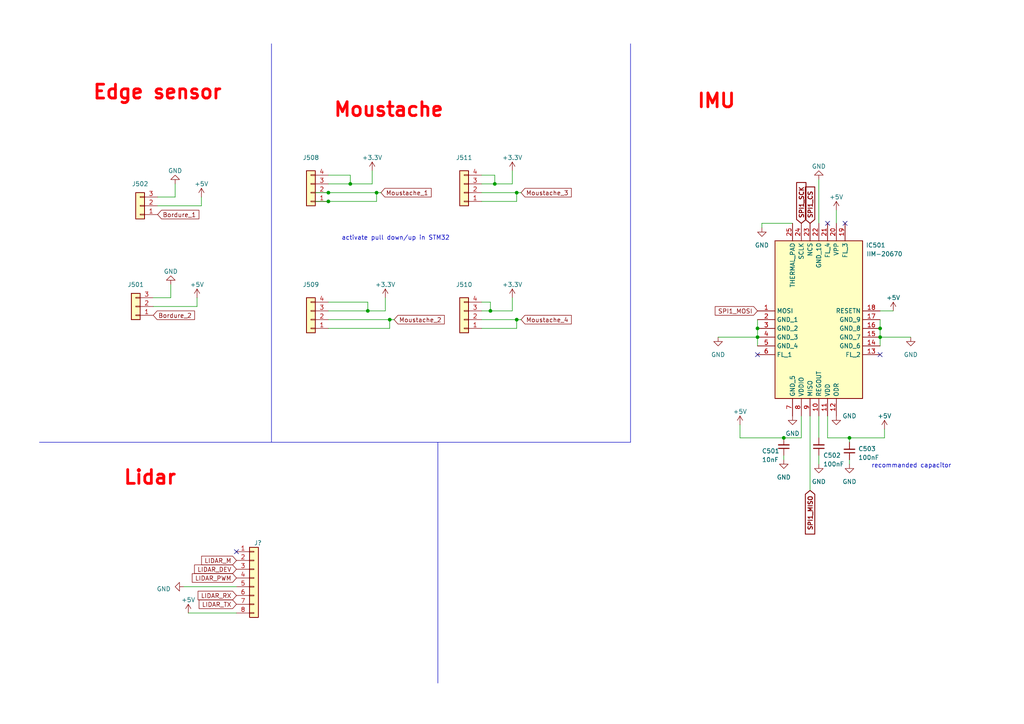
<source format=kicad_sch>
(kicad_sch (version 20230121) (generator eeschema)

  (uuid df230a0d-025f-4e16-9810-5b7b96a6c73a)

  (paper "A4")

  (title_block
    (title "Carte éléctronique Ludzinator")
    (date "2023-09-19")
    (rev "GILLES Baptiste")
  )

  (lib_symbols
    (symbol "Connector_Generic:Conn_01x03" (pin_names (offset 1.016) hide) (in_bom yes) (on_board yes)
      (property "Reference" "J" (at 0 5.08 0)
        (effects (font (size 1.27 1.27)))
      )
      (property "Value" "Conn_01x03" (at 0 -5.08 0)
        (effects (font (size 1.27 1.27)))
      )
      (property "Footprint" "" (at 0 0 0)
        (effects (font (size 1.27 1.27)) hide)
      )
      (property "Datasheet" "~" (at 0 0 0)
        (effects (font (size 1.27 1.27)) hide)
      )
      (property "ki_keywords" "connector" (at 0 0 0)
        (effects (font (size 1.27 1.27)) hide)
      )
      (property "ki_description" "Generic connector, single row, 01x03, script generated (kicad-library-utils/schlib/autogen/connector/)" (at 0 0 0)
        (effects (font (size 1.27 1.27)) hide)
      )
      (property "ki_fp_filters" "Connector*:*_1x??_*" (at 0 0 0)
        (effects (font (size 1.27 1.27)) hide)
      )
      (symbol "Conn_01x03_1_1"
        (rectangle (start -1.27 -2.413) (end 0 -2.667)
          (stroke (width 0.1524) (type default))
          (fill (type none))
        )
        (rectangle (start -1.27 0.127) (end 0 -0.127)
          (stroke (width 0.1524) (type default))
          (fill (type none))
        )
        (rectangle (start -1.27 2.667) (end 0 2.413)
          (stroke (width 0.1524) (type default))
          (fill (type none))
        )
        (rectangle (start -1.27 3.81) (end 1.27 -3.81)
          (stroke (width 0.254) (type default))
          (fill (type background))
        )
        (pin passive line (at -5.08 2.54 0) (length 3.81)
          (name "Pin_1" (effects (font (size 1.27 1.27))))
          (number "1" (effects (font (size 1.27 1.27))))
        )
        (pin passive line (at -5.08 0 0) (length 3.81)
          (name "Pin_2" (effects (font (size 1.27 1.27))))
          (number "2" (effects (font (size 1.27 1.27))))
        )
        (pin passive line (at -5.08 -2.54 0) (length 3.81)
          (name "Pin_3" (effects (font (size 1.27 1.27))))
          (number "3" (effects (font (size 1.27 1.27))))
        )
      )
    )
    (symbol "Connector_Generic:Conn_01x04" (pin_names (offset 1.016) hide) (in_bom yes) (on_board yes)
      (property "Reference" "J" (at 0 5.08 0)
        (effects (font (size 1.27 1.27)))
      )
      (property "Value" "Conn_01x04" (at 0 -7.62 0)
        (effects (font (size 1.27 1.27)))
      )
      (property "Footprint" "" (at 0 0 0)
        (effects (font (size 1.27 1.27)) hide)
      )
      (property "Datasheet" "~" (at 0 0 0)
        (effects (font (size 1.27 1.27)) hide)
      )
      (property "ki_keywords" "connector" (at 0 0 0)
        (effects (font (size 1.27 1.27)) hide)
      )
      (property "ki_description" "Generic connector, single row, 01x04, script generated (kicad-library-utils/schlib/autogen/connector/)" (at 0 0 0)
        (effects (font (size 1.27 1.27)) hide)
      )
      (property "ki_fp_filters" "Connector*:*_1x??_*" (at 0 0 0)
        (effects (font (size 1.27 1.27)) hide)
      )
      (symbol "Conn_01x04_1_1"
        (rectangle (start -1.27 -4.953) (end 0 -5.207)
          (stroke (width 0.1524) (type default))
          (fill (type none))
        )
        (rectangle (start -1.27 -2.413) (end 0 -2.667)
          (stroke (width 0.1524) (type default))
          (fill (type none))
        )
        (rectangle (start -1.27 0.127) (end 0 -0.127)
          (stroke (width 0.1524) (type default))
          (fill (type none))
        )
        (rectangle (start -1.27 2.667) (end 0 2.413)
          (stroke (width 0.1524) (type default))
          (fill (type none))
        )
        (rectangle (start -1.27 3.81) (end 1.27 -6.35)
          (stroke (width 0.254) (type default))
          (fill (type background))
        )
        (pin passive line (at -5.08 2.54 0) (length 3.81)
          (name "Pin_1" (effects (font (size 1.27 1.27))))
          (number "1" (effects (font (size 1.27 1.27))))
        )
        (pin passive line (at -5.08 0 0) (length 3.81)
          (name "Pin_2" (effects (font (size 1.27 1.27))))
          (number "2" (effects (font (size 1.27 1.27))))
        )
        (pin passive line (at -5.08 -2.54 0) (length 3.81)
          (name "Pin_3" (effects (font (size 1.27 1.27))))
          (number "3" (effects (font (size 1.27 1.27))))
        )
        (pin passive line (at -5.08 -5.08 0) (length 3.81)
          (name "Pin_4" (effects (font (size 1.27 1.27))))
          (number "4" (effects (font (size 1.27 1.27))))
        )
      )
    )
    (symbol "Connector_Generic:Conn_01x08" (pin_names (offset 1.016) hide) (in_bom yes) (on_board yes)
      (property "Reference" "J" (at 0 10.16 0)
        (effects (font (size 1.27 1.27)))
      )
      (property "Value" "Conn_01x08" (at 0 -12.7 0)
        (effects (font (size 1.27 1.27)))
      )
      (property "Footprint" "" (at 0 0 0)
        (effects (font (size 1.27 1.27)) hide)
      )
      (property "Datasheet" "~" (at 0 0 0)
        (effects (font (size 1.27 1.27)) hide)
      )
      (property "ki_keywords" "connector" (at 0 0 0)
        (effects (font (size 1.27 1.27)) hide)
      )
      (property "ki_description" "Generic connector, single row, 01x08, script generated (kicad-library-utils/schlib/autogen/connector/)" (at 0 0 0)
        (effects (font (size 1.27 1.27)) hide)
      )
      (property "ki_fp_filters" "Connector*:*_1x??_*" (at 0 0 0)
        (effects (font (size 1.27 1.27)) hide)
      )
      (symbol "Conn_01x08_1_1"
        (rectangle (start -1.27 -10.033) (end 0 -10.287)
          (stroke (width 0.1524) (type default))
          (fill (type none))
        )
        (rectangle (start -1.27 -7.493) (end 0 -7.747)
          (stroke (width 0.1524) (type default))
          (fill (type none))
        )
        (rectangle (start -1.27 -4.953) (end 0 -5.207)
          (stroke (width 0.1524) (type default))
          (fill (type none))
        )
        (rectangle (start -1.27 -2.413) (end 0 -2.667)
          (stroke (width 0.1524) (type default))
          (fill (type none))
        )
        (rectangle (start -1.27 0.127) (end 0 -0.127)
          (stroke (width 0.1524) (type default))
          (fill (type none))
        )
        (rectangle (start -1.27 2.667) (end 0 2.413)
          (stroke (width 0.1524) (type default))
          (fill (type none))
        )
        (rectangle (start -1.27 5.207) (end 0 4.953)
          (stroke (width 0.1524) (type default))
          (fill (type none))
        )
        (rectangle (start -1.27 7.747) (end 0 7.493)
          (stroke (width 0.1524) (type default))
          (fill (type none))
        )
        (rectangle (start -1.27 8.89) (end 1.27 -11.43)
          (stroke (width 0.254) (type default))
          (fill (type background))
        )
        (pin passive line (at -5.08 7.62 0) (length 3.81)
          (name "Pin_1" (effects (font (size 1.27 1.27))))
          (number "1" (effects (font (size 1.27 1.27))))
        )
        (pin passive line (at -5.08 5.08 0) (length 3.81)
          (name "Pin_2" (effects (font (size 1.27 1.27))))
          (number "2" (effects (font (size 1.27 1.27))))
        )
        (pin passive line (at -5.08 2.54 0) (length 3.81)
          (name "Pin_3" (effects (font (size 1.27 1.27))))
          (number "3" (effects (font (size 1.27 1.27))))
        )
        (pin passive line (at -5.08 0 0) (length 3.81)
          (name "Pin_4" (effects (font (size 1.27 1.27))))
          (number "4" (effects (font (size 1.27 1.27))))
        )
        (pin passive line (at -5.08 -2.54 0) (length 3.81)
          (name "Pin_5" (effects (font (size 1.27 1.27))))
          (number "5" (effects (font (size 1.27 1.27))))
        )
        (pin passive line (at -5.08 -5.08 0) (length 3.81)
          (name "Pin_6" (effects (font (size 1.27 1.27))))
          (number "6" (effects (font (size 1.27 1.27))))
        )
        (pin passive line (at -5.08 -7.62 0) (length 3.81)
          (name "Pin_7" (effects (font (size 1.27 1.27))))
          (number "7" (effects (font (size 1.27 1.27))))
        )
        (pin passive line (at -5.08 -10.16 0) (length 3.81)
          (name "Pin_8" (effects (font (size 1.27 1.27))))
          (number "8" (effects (font (size 1.27 1.27))))
        )
      )
    )
    (symbol "Device:C_Small" (pin_numbers hide) (pin_names (offset 0.254) hide) (in_bom yes) (on_board yes)
      (property "Reference" "C" (at 0.254 1.778 0)
        (effects (font (size 1.27 1.27)) (justify left))
      )
      (property "Value" "C_Small" (at 0.254 -2.032 0)
        (effects (font (size 1.27 1.27)) (justify left))
      )
      (property "Footprint" "" (at 0 0 0)
        (effects (font (size 1.27 1.27)) hide)
      )
      (property "Datasheet" "~" (at 0 0 0)
        (effects (font (size 1.27 1.27)) hide)
      )
      (property "ki_keywords" "capacitor cap" (at 0 0 0)
        (effects (font (size 1.27 1.27)) hide)
      )
      (property "ki_description" "Unpolarized capacitor, small symbol" (at 0 0 0)
        (effects (font (size 1.27 1.27)) hide)
      )
      (property "ki_fp_filters" "C_*" (at 0 0 0)
        (effects (font (size 1.27 1.27)) hide)
      )
      (symbol "C_Small_0_1"
        (polyline
          (pts
            (xy -1.524 -0.508)
            (xy 1.524 -0.508)
          )
          (stroke (width 0.3302) (type default))
          (fill (type none))
        )
        (polyline
          (pts
            (xy -1.524 0.508)
            (xy 1.524 0.508)
          )
          (stroke (width 0.3048) (type default))
          (fill (type none))
        )
      )
      (symbol "C_Small_1_1"
        (pin passive line (at 0 2.54 270) (length 2.032)
          (name "~" (effects (font (size 1.27 1.27))))
          (number "1" (effects (font (size 1.27 1.27))))
        )
        (pin passive line (at 0 -2.54 90) (length 2.032)
          (name "~" (effects (font (size 1.27 1.27))))
          (number "2" (effects (font (size 1.27 1.27))))
        )
      )
    )
    (symbol "Ludzlib:IIM-20670" (in_bom yes) (on_board yes)
      (property "Reference" "IC" (at 31.75 25.4 0)
        (effects (font (size 1.27 1.27)) (justify left top))
      )
      (property "Value" "IIM-20670" (at 31.75 22.86 0)
        (effects (font (size 1.27 1.27)) (justify left top))
      )
      (property "Footprint" "QFN50P450X450X115-25N" (at 31.75 -77.14 0)
        (effects (font (size 1.27 1.27)) (justify left top) hide)
      )
      (property "Datasheet" "https://invensense.tdk.com/download-pdf/iim-20670-product-brief/" (at 31.75 -177.14 0)
        (effects (font (size 1.27 1.27)) (justify left top) hide)
      )
      (property "Height" "1.15" (at 31.75 -377.14 0)
        (effects (font (size 1.27 1.27)) (justify left top) hide)
      )
      (property "Mouser Part Number" "" (at 31.75 -477.14 0)
        (effects (font (size 1.27 1.27)) (justify left top) hide)
      )
      (property "Mouser Price/Stock" "" (at 31.75 -577.14 0)
        (effects (font (size 1.27 1.27)) (justify left top) hide)
      )
      (property "Manufacturer_Name" "TDK" (at 31.75 -677.14 0)
        (effects (font (size 1.27 1.27)) (justify left top) hide)
      )
      (property "Manufacturer_Part_Number" "IIM-20670" (at 31.75 -777.14 0)
        (effects (font (size 1.27 1.27)) (justify left top) hide)
      )
      (property "ki_description" "IMUs - Inertial Measurement Units 6-axis Industrial IMU, Motion Tracking, SmartIndustrial" (at 0 0 0)
        (effects (font (size 1.27 1.27)) hide)
      )
      (symbol "IIM-20670_1_1"
        (rectangle (start 5.08 20.32) (end 30.48 -25.4)
          (stroke (width 0.254) (type default))
          (fill (type background))
        )
        (pin passive line (at 0 0 0) (length 5.08)
          (name "MOSI" (effects (font (size 1.27 1.27))))
          (number "1" (effects (font (size 1.27 1.27))))
        )
        (pin passive line (at 17.78 -30.48 90) (length 5.08)
          (name "REGOUT" (effects (font (size 1.27 1.27))))
          (number "10" (effects (font (size 1.27 1.27))))
        )
        (pin passive line (at 20.32 -30.48 90) (length 5.08)
          (name "VDD" (effects (font (size 1.27 1.27))))
          (number "11" (effects (font (size 1.27 1.27))))
        )
        (pin passive line (at 22.86 -30.48 90) (length 5.08)
          (name "ODR" (effects (font (size 1.27 1.27))))
          (number "12" (effects (font (size 1.27 1.27))))
        )
        (pin passive line (at 35.56 -12.7 180) (length 5.08)
          (name "FL_2" (effects (font (size 1.27 1.27))))
          (number "13" (effects (font (size 1.27 1.27))))
        )
        (pin passive line (at 35.56 -10.16 180) (length 5.08)
          (name "GND_6" (effects (font (size 1.27 1.27))))
          (number "14" (effects (font (size 1.27 1.27))))
        )
        (pin passive line (at 35.56 -7.62 180) (length 5.08)
          (name "GND_7" (effects (font (size 1.27 1.27))))
          (number "15" (effects (font (size 1.27 1.27))))
        )
        (pin passive line (at 35.56 -5.08 180) (length 5.08)
          (name "GND_8" (effects (font (size 1.27 1.27))))
          (number "16" (effects (font (size 1.27 1.27))))
        )
        (pin passive line (at 35.56 -2.54 180) (length 5.08)
          (name "GND_9" (effects (font (size 1.27 1.27))))
          (number "17" (effects (font (size 1.27 1.27))))
        )
        (pin passive line (at 35.56 0 180) (length 5.08)
          (name "RESETN" (effects (font (size 1.27 1.27))))
          (number "18" (effects (font (size 1.27 1.27))))
        )
        (pin passive line (at 25.4 25.4 270) (length 5.08)
          (name "FL_3" (effects (font (size 1.27 1.27))))
          (number "19" (effects (font (size 1.27 1.27))))
        )
        (pin passive line (at 0 -2.54 0) (length 5.08)
          (name "GND_1" (effects (font (size 1.27 1.27))))
          (number "2" (effects (font (size 1.27 1.27))))
        )
        (pin passive line (at 22.86 25.4 270) (length 5.08)
          (name "VPP" (effects (font (size 1.27 1.27))))
          (number "20" (effects (font (size 1.27 1.27))))
        )
        (pin passive line (at 20.32 25.4 270) (length 5.08)
          (name "FL_4" (effects (font (size 1.27 1.27))))
          (number "21" (effects (font (size 1.27 1.27))))
        )
        (pin passive line (at 17.78 25.4 270) (length 5.08)
          (name "GND_10" (effects (font (size 1.27 1.27))))
          (number "22" (effects (font (size 1.27 1.27))))
        )
        (pin passive line (at 15.24 25.4 270) (length 5.08)
          (name "NCS" (effects (font (size 1.27 1.27))))
          (number "23" (effects (font (size 1.27 1.27))))
        )
        (pin passive line (at 12.7 25.4 270) (length 5.08)
          (name "SCLK" (effects (font (size 1.27 1.27))))
          (number "24" (effects (font (size 1.27 1.27))))
        )
        (pin passive line (at 10.16 25.4 270) (length 5.08)
          (name "THERMAL_PAD" (effects (font (size 1.27 1.27))))
          (number "25" (effects (font (size 1.27 1.27))))
        )
        (pin passive line (at 0 -5.08 0) (length 5.08)
          (name "GND_2" (effects (font (size 1.27 1.27))))
          (number "3" (effects (font (size 1.27 1.27))))
        )
        (pin passive line (at 0 -7.62 0) (length 5.08)
          (name "GND_3" (effects (font (size 1.27 1.27))))
          (number "4" (effects (font (size 1.27 1.27))))
        )
        (pin passive line (at 0 -10.16 0) (length 5.08)
          (name "GND_4" (effects (font (size 1.27 1.27))))
          (number "5" (effects (font (size 1.27 1.27))))
        )
        (pin passive line (at 0 -12.7 0) (length 5.08)
          (name "FL_1" (effects (font (size 1.27 1.27))))
          (number "6" (effects (font (size 1.27 1.27))))
        )
        (pin passive line (at 10.16 -30.48 90) (length 5.08)
          (name "GND_5" (effects (font (size 1.27 1.27))))
          (number "7" (effects (font (size 1.27 1.27))))
        )
        (pin passive line (at 12.7 -30.48 90) (length 5.08)
          (name "VDDIO" (effects (font (size 1.27 1.27))))
          (number "8" (effects (font (size 1.27 1.27))))
        )
        (pin passive line (at 15.24 -30.48 90) (length 5.08)
          (name "MISO" (effects (font (size 1.27 1.27))))
          (number "9" (effects (font (size 1.27 1.27))))
        )
      )
    )
    (symbol "power:+3.3V" (power) (pin_names (offset 0)) (in_bom yes) (on_board yes)
      (property "Reference" "#PWR" (at 0 -3.81 0)
        (effects (font (size 1.27 1.27)) hide)
      )
      (property "Value" "+3.3V" (at 0 3.556 0)
        (effects (font (size 1.27 1.27)))
      )
      (property "Footprint" "" (at 0 0 0)
        (effects (font (size 1.27 1.27)) hide)
      )
      (property "Datasheet" "" (at 0 0 0)
        (effects (font (size 1.27 1.27)) hide)
      )
      (property "ki_keywords" "global power" (at 0 0 0)
        (effects (font (size 1.27 1.27)) hide)
      )
      (property "ki_description" "Power symbol creates a global label with name \"+3.3V\"" (at 0 0 0)
        (effects (font (size 1.27 1.27)) hide)
      )
      (symbol "+3.3V_0_1"
        (polyline
          (pts
            (xy -0.762 1.27)
            (xy 0 2.54)
          )
          (stroke (width 0) (type default))
          (fill (type none))
        )
        (polyline
          (pts
            (xy 0 0)
            (xy 0 2.54)
          )
          (stroke (width 0) (type default))
          (fill (type none))
        )
        (polyline
          (pts
            (xy 0 2.54)
            (xy 0.762 1.27)
          )
          (stroke (width 0) (type default))
          (fill (type none))
        )
      )
      (symbol "+3.3V_1_1"
        (pin power_in line (at 0 0 90) (length 0) hide
          (name "+3.3V" (effects (font (size 1.27 1.27))))
          (number "1" (effects (font (size 1.27 1.27))))
        )
      )
    )
    (symbol "power:+5V" (power) (pin_names (offset 0)) (in_bom yes) (on_board yes)
      (property "Reference" "#PWR" (at 0 -3.81 0)
        (effects (font (size 1.27 1.27)) hide)
      )
      (property "Value" "+5V" (at 0 3.556 0)
        (effects (font (size 1.27 1.27)))
      )
      (property "Footprint" "" (at 0 0 0)
        (effects (font (size 1.27 1.27)) hide)
      )
      (property "Datasheet" "" (at 0 0 0)
        (effects (font (size 1.27 1.27)) hide)
      )
      (property "ki_keywords" "global power" (at 0 0 0)
        (effects (font (size 1.27 1.27)) hide)
      )
      (property "ki_description" "Power symbol creates a global label with name \"+5V\"" (at 0 0 0)
        (effects (font (size 1.27 1.27)) hide)
      )
      (symbol "+5V_0_1"
        (polyline
          (pts
            (xy -0.762 1.27)
            (xy 0 2.54)
          )
          (stroke (width 0) (type default))
          (fill (type none))
        )
        (polyline
          (pts
            (xy 0 0)
            (xy 0 2.54)
          )
          (stroke (width 0) (type default))
          (fill (type none))
        )
        (polyline
          (pts
            (xy 0 2.54)
            (xy 0.762 1.27)
          )
          (stroke (width 0) (type default))
          (fill (type none))
        )
      )
      (symbol "+5V_1_1"
        (pin power_in line (at 0 0 90) (length 0) hide
          (name "+5V" (effects (font (size 1.27 1.27))))
          (number "1" (effects (font (size 1.27 1.27))))
        )
      )
    )
    (symbol "power:GND" (power) (pin_names (offset 0)) (in_bom yes) (on_board yes)
      (property "Reference" "#PWR" (at 0 -6.35 0)
        (effects (font (size 1.27 1.27)) hide)
      )
      (property "Value" "GND" (at 0 -3.81 0)
        (effects (font (size 1.27 1.27)))
      )
      (property "Footprint" "" (at 0 0 0)
        (effects (font (size 1.27 1.27)) hide)
      )
      (property "Datasheet" "" (at 0 0 0)
        (effects (font (size 1.27 1.27)) hide)
      )
      (property "ki_keywords" "global power" (at 0 0 0)
        (effects (font (size 1.27 1.27)) hide)
      )
      (property "ki_description" "Power symbol creates a global label with name \"GND\" , ground" (at 0 0 0)
        (effects (font (size 1.27 1.27)) hide)
      )
      (symbol "GND_0_1"
        (polyline
          (pts
            (xy 0 0)
            (xy 0 -1.27)
            (xy 1.27 -1.27)
            (xy 0 -2.54)
            (xy -1.27 -1.27)
            (xy 0 -1.27)
          )
          (stroke (width 0) (type default))
          (fill (type none))
        )
      )
      (symbol "GND_1_1"
        (pin power_in line (at 0 0 270) (length 0) hide
          (name "GND" (effects (font (size 1.27 1.27))))
          (number "1" (effects (font (size 1.27 1.27))))
        )
      )
    )
  )

  (junction (at 255.27 97.79) (diameter 0) (color 0 0 0 0)
    (uuid 0b9db05d-dbf2-45a7-b2fa-482b1293379e)
  )
  (junction (at 142.24 90.17) (diameter 0) (color 0 0 0 0)
    (uuid 0e1aff51-762f-4b59-bae5-3e568ad00042)
  )
  (junction (at 149.86 55.88) (diameter 0) (color 0 0 0 0)
    (uuid 12678e06-22e8-41d8-bc1f-536bf7e741af)
  )
  (junction (at 95.25 55.88) (diameter 0) (color 0 0 0 0)
    (uuid 26c46155-c3b9-4930-a877-404be99684eb)
  )
  (junction (at 101.6 53.34) (diameter 0) (color 0 0 0 0)
    (uuid 2d335bb4-6d25-4cc9-86f9-d051de7252f1)
  )
  (junction (at 106.68 90.17) (diameter 0) (color 0 0 0 0)
    (uuid 3ad27c64-a128-4842-8338-df3faaa1fa7b)
  )
  (junction (at 246.38 127) (diameter 0) (color 0 0 0 0)
    (uuid 42654cbe-4815-4b12-a874-ab5a82d51ef5)
  )
  (junction (at 113.03 92.71) (diameter 0) (color 0 0 0 0)
    (uuid 4c983bba-9362-4779-a4e0-eefaec6a1106)
  )
  (junction (at 219.71 95.25) (diameter 0) (color 0 0 0 0)
    (uuid 69450811-db38-4571-935c-d15b5fa55b06)
  )
  (junction (at 149.86 92.71) (diameter 0) (color 0 0 0 0)
    (uuid 70b43d4e-039a-4236-bc1c-516653a43bf7)
  )
  (junction (at 227.33 127) (diameter 0) (color 0 0 0 0)
    (uuid 8fa39e20-3846-4711-b7af-c4eab74d5d04)
  )
  (junction (at 109.22 55.88) (diameter 0) (color 0 0 0 0)
    (uuid a0716766-8d0a-4883-bb16-eb5bc86b9742)
  )
  (junction (at 95.25 58.42) (diameter 0) (color 0 0 0 0)
    (uuid a10662d7-69ae-4ad3-a076-ce95532e13ca)
  )
  (junction (at 143.51 53.34) (diameter 0) (color 0 0 0 0)
    (uuid c2e3c727-92d0-47ff-86a1-6f1780fba28d)
  )
  (junction (at 255.27 95.25) (diameter 0) (color 0 0 0 0)
    (uuid ddd0d31c-3802-4806-9b58-22b11206d0bb)
  )
  (junction (at 219.71 97.79) (diameter 0) (color 0 0 0 0)
    (uuid e12734a1-0668-41a8-8f7f-52c04ac11bf0)
  )

  (no_connect (at 255.27 102.87) (uuid 7dc623cc-03f2-4fd2-9d5b-e84f667234ba))
  (no_connect (at 219.71 102.87) (uuid 901de6d7-f392-4372-9945-3eba8a510821))
  (no_connect (at 68.58 160.02) (uuid caa2d10b-342e-4e4f-9995-1a5f4fc0569b))
  (no_connect (at 245.11 64.77) (uuid de0b2da9-6f84-4cf1-b2c8-4041906ec99e))
  (no_connect (at 240.03 64.77) (uuid e3ec68fc-1b7b-4352-9178-b51498fa3583))

  (wire (pts (xy 139.7 87.63) (xy 142.24 87.63))
    (stroke (width 0) (type default))
    (uuid 075f0d50-3db2-41b9-9396-9a4a1803818e)
  )
  (wire (pts (xy 246.38 127) (xy 256.54 127))
    (stroke (width 0) (type default))
    (uuid 0c0b7ebd-fd41-4360-8d5b-1f15c9af3662)
  )
  (wire (pts (xy 229.87 64.77) (xy 220.98 64.77))
    (stroke (width 0) (type default))
    (uuid 1093f0ae-3a7d-4f58-a567-704d0e7bb90d)
  )
  (wire (pts (xy 139.7 53.34) (xy 143.51 53.34))
    (stroke (width 0) (type default))
    (uuid 15a267f8-3412-4f38-988d-12b4a0192ce6)
  )
  (wire (pts (xy 109.22 55.88) (xy 110.49 55.88))
    (stroke (width 0) (type default))
    (uuid 175f41ef-4ca8-4cb5-a637-740012a04abc)
  )
  (wire (pts (xy 149.86 95.25) (xy 149.86 92.71))
    (stroke (width 0) (type default))
    (uuid 1e690c94-e54c-4240-977a-638e93fa51df)
  )
  (wire (pts (xy 240.03 127) (xy 240.03 120.65))
    (stroke (width 0) (type default))
    (uuid 1f4440b9-4da4-4cda-b530-5852ec46e0da)
  )
  (wire (pts (xy 142.24 87.63) (xy 142.24 90.17))
    (stroke (width 0) (type default))
    (uuid 202a20a2-ebfe-415b-84c3-708df2ca4d73)
  )
  (wire (pts (xy 107.95 49.53) (xy 107.95 53.34))
    (stroke (width 0) (type default))
    (uuid 20a85093-2ade-49e4-a13a-80808e220104)
  )
  (wire (pts (xy 111.76 86.36) (xy 111.76 90.17))
    (stroke (width 0) (type default))
    (uuid 20bdc74b-9486-45d2-b1de-fce16c56135a)
  )
  (wire (pts (xy 45.72 59.69) (xy 58.42 59.69))
    (stroke (width 0) (type default))
    (uuid 22c007d5-d7a4-4a35-b126-71fc97f23f75)
  )
  (wire (pts (xy 44.45 88.9) (xy 57.15 88.9))
    (stroke (width 0) (type default))
    (uuid 2377f5c6-c283-4caa-ba36-a9b812bdac4b)
  )
  (wire (pts (xy 45.72 57.15) (xy 50.8 57.15))
    (stroke (width 0) (type default))
    (uuid 26d6db53-81f7-428b-abb2-336b4f863f7a)
  )
  (wire (pts (xy 149.86 55.88) (xy 151.13 55.88))
    (stroke (width 0) (type default))
    (uuid 2d98fa35-d4ed-4522-be31-de3d1a53ec2c)
  )
  (wire (pts (xy 139.7 92.71) (xy 149.86 92.71))
    (stroke (width 0) (type default))
    (uuid 2e3b5641-5b87-4f20-99f9-a6651ddea4fd)
  )
  (wire (pts (xy 149.86 92.71) (xy 151.13 92.71))
    (stroke (width 0) (type default))
    (uuid 2faf26e3-9ce9-4beb-9118-279a3e1fba15)
  )
  (wire (pts (xy 214.63 127) (xy 227.33 127))
    (stroke (width 0) (type default))
    (uuid 31854db2-08ac-403d-8492-c81b8d02df85)
  )
  (wire (pts (xy 227.33 133.35) (xy 227.33 132.08))
    (stroke (width 0) (type default))
    (uuid 33d77059-3c2e-4b09-9332-10196be6806b)
  )
  (wire (pts (xy 143.51 53.34) (xy 148.59 53.34))
    (stroke (width 0) (type default))
    (uuid 351aee51-4b9b-409f-90fd-eb63eda36fa2)
  )
  (wire (pts (xy 255.27 92.71) (xy 255.27 95.25))
    (stroke (width 0) (type default))
    (uuid 352b752e-dabf-4439-a8cb-1586f8967eb9)
  )
  (wire (pts (xy 58.42 57.15) (xy 58.42 59.69))
    (stroke (width 0) (type default))
    (uuid 37a80f1b-54d7-466c-b879-2f1a3d6fdc6e)
  )
  (wire (pts (xy 139.7 55.88) (xy 149.86 55.88))
    (stroke (width 0) (type default))
    (uuid 3c53dec7-47ef-4eb9-a48c-4ecc2a1a5e2a)
  )
  (wire (pts (xy 53.34 170.18) (xy 68.58 170.18))
    (stroke (width 0) (type default))
    (uuid 3f06d36c-596c-4418-89a4-004f60fdec82)
  )
  (wire (pts (xy 219.71 92.71) (xy 219.71 95.25))
    (stroke (width 0) (type default))
    (uuid 48714bec-ce3a-4d7a-b5bc-2cc7f8cee2f3)
  )
  (wire (pts (xy 50.8 53.34) (xy 50.8 57.15))
    (stroke (width 0) (type default))
    (uuid 4b087d87-44f9-4993-9452-fc9d97e79f5c)
  )
  (wire (pts (xy 106.68 90.17) (xy 111.76 90.17))
    (stroke (width 0) (type default))
    (uuid 4e21b095-5edd-42c5-b30e-d2b9a92f6655)
  )
  (wire (pts (xy 237.49 120.65) (xy 237.49 127))
    (stroke (width 0) (type default))
    (uuid 546d3c9e-966b-454c-a338-2ca0daef5e6e)
  )
  (wire (pts (xy 234.95 120.65) (xy 234.95 142.24))
    (stroke (width 0) (type default))
    (uuid 55518228-572f-4077-a02e-59ae00ce17e1)
  )
  (wire (pts (xy 246.38 127) (xy 240.03 127))
    (stroke (width 0) (type default))
    (uuid 572f7f4b-4223-47a0-931c-10064cb8fd4e)
  )
  (wire (pts (xy 139.7 50.8) (xy 143.51 50.8))
    (stroke (width 0) (type default))
    (uuid 5832abbb-f160-4609-843b-b8e9cad25a77)
  )
  (polyline (pts (xy 127 128.27) (xy 127 198.12))
    (stroke (width 0) (type default))
    (uuid 5b27ef30-a998-4228-8a55-bd55691f8a09)
  )

  (wire (pts (xy 95.25 58.42) (xy 109.22 58.42))
    (stroke (width 0) (type default))
    (uuid 5c9923e7-ade6-43b8-9be4-3d70737c87b1)
  )
  (wire (pts (xy 255.27 97.79) (xy 264.16 97.79))
    (stroke (width 0) (type default))
    (uuid 5dadf0c8-e6e6-441e-ad30-0a83aba4b386)
  )
  (wire (pts (xy 54.61 177.8) (xy 68.58 177.8))
    (stroke (width 0) (type default))
    (uuid 672ab0e3-135a-42ad-b168-d15cbd5e56dd)
  )
  (wire (pts (xy 95.25 50.8) (xy 101.6 50.8))
    (stroke (width 0) (type default))
    (uuid 6d65be71-b52a-4b36-98b6-5c425b596373)
  )
  (wire (pts (xy 220.98 64.77) (xy 220.98 66.04))
    (stroke (width 0) (type default))
    (uuid 772aeade-5aa4-4dc3-a119-67b0f75becfa)
  )
  (wire (pts (xy 227.33 127) (xy 232.41 127))
    (stroke (width 0) (type default))
    (uuid 7e02da38-d114-4836-b7dc-ff1e1185b33e)
  )
  (wire (pts (xy 95.25 53.34) (xy 101.6 53.34))
    (stroke (width 0) (type default))
    (uuid 7f49b74a-c680-456f-bb23-5d16c191beb5)
  )
  (polyline (pts (xy 182.88 128.27) (xy 127 128.27))
    (stroke (width 0) (type default))
    (uuid 82440888-b7a2-46ea-a3fd-803e8759333a)
  )

  (wire (pts (xy 113.03 92.71) (xy 114.3 92.71))
    (stroke (width 0) (type default))
    (uuid 878c3f07-a77e-4921-9221-a88134e8275b)
  )
  (wire (pts (xy 139.7 95.25) (xy 149.86 95.25))
    (stroke (width 0) (type default))
    (uuid 88e3295c-6d36-497e-980c-00ee0ee09a10)
  )
  (wire (pts (xy 255.27 95.25) (xy 255.27 97.79))
    (stroke (width 0) (type default))
    (uuid 8ae3f3dc-7992-4677-bc83-b9ca29bc4ea2)
  )
  (wire (pts (xy 91.44 55.88) (xy 95.25 55.88))
    (stroke (width 0) (type default))
    (uuid 8b2144c5-3c38-45ae-a96f-720d3ed7b40d)
  )
  (wire (pts (xy 148.59 49.53) (xy 148.59 53.34))
    (stroke (width 0) (type default))
    (uuid 8b611493-dc4a-42c1-accb-6db41b36d457)
  )
  (wire (pts (xy 148.59 86.36) (xy 148.59 90.17))
    (stroke (width 0) (type default))
    (uuid 967544f1-29f5-4d65-9110-087b60f87578)
  )
  (wire (pts (xy 255.27 90.17) (xy 259.08 90.17))
    (stroke (width 0) (type default))
    (uuid 96ca09a2-79e3-4ce7-83de-81ec0a4496ae)
  )
  (wire (pts (xy 143.51 50.8) (xy 143.51 53.34))
    (stroke (width 0) (type default))
    (uuid 97b2c880-fb5d-4f0f-b920-8ae475decda8)
  )
  (polyline (pts (xy 78.74 12.7) (xy 78.74 128.27))
    (stroke (width 0) (type default))
    (uuid 98d26121-1bae-4102-813e-0897deb20856)
  )

  (wire (pts (xy 44.45 86.36) (xy 49.53 86.36))
    (stroke (width 0) (type default))
    (uuid 99a714ca-72a8-4b98-baef-2197ef2a7dc3)
  )
  (polyline (pts (xy 182.88 12.7) (xy 182.88 128.27))
    (stroke (width 0) (type default))
    (uuid 9c7ee56a-28c5-418f-8e5b-52ab2e892da5)
  )

  (wire (pts (xy 214.63 123.19) (xy 214.63 127))
    (stroke (width 0) (type default))
    (uuid 9cd865c7-c809-466d-93fc-cc0908ac89df)
  )
  (wire (pts (xy 142.24 90.17) (xy 148.59 90.17))
    (stroke (width 0) (type default))
    (uuid 9d9996a0-9f35-4dbb-bb79-8d9dbbce4c90)
  )
  (wire (pts (xy 95.25 87.63) (xy 106.68 87.63))
    (stroke (width 0) (type default))
    (uuid 9e3a3f33-8bb6-4e58-afe5-61b35d756b4a)
  )
  (wire (pts (xy 57.15 86.36) (xy 57.15 88.9))
    (stroke (width 0) (type default))
    (uuid 9f7e3365-3f26-4163-86bf-902d6285ff94)
  )
  (wire (pts (xy 237.49 134.62) (xy 237.49 132.08))
    (stroke (width 0) (type default))
    (uuid a0f6c36a-d57a-4c70-b37f-883dfa00a799)
  )
  (wire (pts (xy 95.25 90.17) (xy 106.68 90.17))
    (stroke (width 0) (type default))
    (uuid a2b71cf0-01f9-4c0e-a48b-84906731eb75)
  )
  (wire (pts (xy 246.38 127) (xy 246.38 128.27))
    (stroke (width 0) (type default))
    (uuid a44bf930-c19a-4707-a6e7-0f5557ed4b87)
  )
  (wire (pts (xy 101.6 53.34) (xy 107.95 53.34))
    (stroke (width 0) (type default))
    (uuid a5d38de0-5af8-4e86-8df1-c113b1398ce2)
  )
  (wire (pts (xy 246.38 134.62) (xy 246.38 133.35))
    (stroke (width 0) (type default))
    (uuid a7e61239-ba02-460a-ac76-c5389b4ee663)
  )
  (wire (pts (xy 232.41 127) (xy 232.41 120.65))
    (stroke (width 0) (type default))
    (uuid ad30c2a9-f481-42e6-906d-6a2c18016bf5)
  )
  (wire (pts (xy 113.03 95.25) (xy 113.03 92.71))
    (stroke (width 0) (type default))
    (uuid b46b0a5b-e6dd-4285-8ba6-9e10b3adb55c)
  )
  (wire (pts (xy 139.7 58.42) (xy 149.86 58.42))
    (stroke (width 0) (type default))
    (uuid bf88d841-81b4-4930-87f9-fb206aed0641)
  )
  (wire (pts (xy 106.68 87.63) (xy 106.68 90.17))
    (stroke (width 0) (type default))
    (uuid c4084ecc-667d-4b6e-8bd1-fc1479acad12)
  )
  (wire (pts (xy 208.28 97.79) (xy 219.71 97.79))
    (stroke (width 0) (type default))
    (uuid c673f0e8-dee4-407e-b3f2-69ccaab607cc)
  )
  (wire (pts (xy 256.54 124.46) (xy 256.54 127))
    (stroke (width 0) (type default))
    (uuid c686726e-9155-4915-9d47-c92f22623b0e)
  )
  (wire (pts (xy 255.27 97.79) (xy 255.27 100.33))
    (stroke (width 0) (type default))
    (uuid d704e4eb-f3a0-4ec4-a7c2-aa594f95b445)
  )
  (wire (pts (xy 49.53 82.55) (xy 49.53 86.36))
    (stroke (width 0) (type default))
    (uuid d7346d94-28e3-4e67-953e-d6dbf523fa75)
  )
  (wire (pts (xy 139.7 90.17) (xy 142.24 90.17))
    (stroke (width 0) (type default))
    (uuid da134fbd-ac8f-404c-8ee2-4eff61d1dfe2)
  )
  (wire (pts (xy 95.25 92.71) (xy 113.03 92.71))
    (stroke (width 0) (type default))
    (uuid e51e8e12-77b8-4300-838c-a5d26c20201d)
  )
  (wire (pts (xy 95.25 55.88) (xy 109.22 55.88))
    (stroke (width 0) (type default))
    (uuid ea78f425-f216-4c28-b6fa-2816e4ae1491)
  )
  (polyline (pts (xy 11.43 128.27) (xy 127 128.27))
    (stroke (width 0) (type default))
    (uuid ea8634e1-3ce5-4456-8b6c-c2851aa00bf1)
  )

  (wire (pts (xy 219.71 95.25) (xy 219.71 97.79))
    (stroke (width 0) (type default))
    (uuid eaf1d4c2-fec2-4ad7-8e98-e795ad8c165c)
  )
  (wire (pts (xy 91.44 58.42) (xy 95.25 58.42))
    (stroke (width 0) (type default))
    (uuid ebc2323a-6b16-4ab0-9ce5-e30cd1500e7b)
  )
  (wire (pts (xy 149.86 58.42) (xy 149.86 55.88))
    (stroke (width 0) (type default))
    (uuid f1b9e0d3-5b8a-4d30-b7a5-0e059cd99e9b)
  )
  (wire (pts (xy 95.25 95.25) (xy 113.03 95.25))
    (stroke (width 0) (type default))
    (uuid f3a31a6b-fbd7-4590-9974-2c882317d072)
  )
  (wire (pts (xy 242.57 60.96) (xy 242.57 64.77))
    (stroke (width 0) (type default))
    (uuid f56fadb8-aad5-4169-bb07-f6b702293603)
  )
  (wire (pts (xy 237.49 52.07) (xy 237.49 64.77))
    (stroke (width 0) (type default))
    (uuid f779158f-c08e-4bee-bd6c-e8c775da1c0a)
  )
  (wire (pts (xy 109.22 58.42) (xy 109.22 55.88))
    (stroke (width 0) (type default))
    (uuid f7856d32-87df-4cc6-8031-f728c2d114be)
  )
  (wire (pts (xy 219.71 97.79) (xy 219.71 100.33))
    (stroke (width 0) (type default))
    (uuid f88b5910-b088-498b-8b91-7efcc24fd07f)
  )
  (wire (pts (xy 101.6 50.8) (xy 101.6 53.34))
    (stroke (width 0) (type default))
    (uuid f8c0a950-a1a4-4283-86a9-b11c713a6883)
  )

  (text "Edge sensor\n" (at 26.67 29.21 0)
    (effects (font (size 4 4) (thickness 0.8) bold (color 255 0 6 1)) (justify left bottom))
    (uuid 4fdeefd8-eaae-4b07-9f51-0be5db5d80a5)
  )
  (text "activate pull down/up in STM32\n" (at 99.06 69.85 0)
    (effects (font (size 1.27 1.27)) (justify left bottom))
    (uuid ab635b36-fbe1-4edc-9beb-f6a774de4559)
  )
  (text "Lidar" (at 35.56 140.97 0)
    (effects (font (size 4 4) (thickness 0.8) bold (color 255 0 6 1)) (justify left bottom))
    (uuid b12e018f-4d50-4c01-a2d7-35f1f63fc3ae)
  )
  (text "Moustache\n" (at 96.52 34.29 0)
    (effects (font (size 4 4) (thickness 0.8) bold (color 255 0 6 1)) (justify left bottom))
    (uuid c7a065dc-2381-4990-b148-5814a6ff958e)
  )
  (text "IMU" (at 201.93 31.75 0)
    (effects (font (size 4 4) bold (color 255 2 0 1)) (justify left bottom))
    (uuid cda55572-797a-4ed5-9dab-20ce4911f320)
  )
  (text "recommanded capacitor\n" (at 252.73 135.89 0)
    (effects (font (size 1.27 1.27)) (justify left bottom))
    (uuid d090fb20-cd8c-485f-bd41-2b226423f3e8)
  )

  (global_label "Moustache_3" (shape input) (at 151.13 55.88 0) (fields_autoplaced)
    (effects (font (size 1.27 1.27)) (justify left))
    (uuid 0547280b-ac54-4b6f-b36a-f5c2e4095650)
    (property "Intersheetrefs" "${INTERSHEET_REFS}" (at 166.1913 55.88 0)
      (effects (font (size 1.27 1.27)) (justify left) hide)
    )
  )
  (global_label "LIDAR_PWM" (shape input) (at 68.58 167.64 180) (fields_autoplaced)
    (effects (font (size 1.27 1.27)) (justify right))
    (uuid 3cfef49c-eb25-457c-bcc3-3bd90731d158)
    (property "Intersheetrefs" "${INTERSHEET_REFS}" (at 55.2723 167.64 0)
      (effects (font (size 1.27 1.27)) (justify right) hide)
    )
  )
  (global_label "LIDAR_M" (shape input) (at 68.58 162.56 180) (fields_autoplaced)
    (effects (font (size 1.27 1.27)) (justify right))
    (uuid 78265f3e-4bcb-473d-bc2b-96ed947a4326)
    (property "Intersheetrefs" "${INTERSHEET_REFS}" (at 57.9937 162.56 0)
      (effects (font (size 1.27 1.27)) (justify right) hide)
    )
  )
  (global_label "SPI1_MOSI" (shape input) (at 219.71 90.17 180) (fields_autoplaced)
    (effects (font (size 1.27 1.27)) (justify right))
    (uuid a24f04bd-e859-4b81-bcda-05f85c1e56e5)
    (property "Intersheetrefs" "${INTERSHEET_REFS}" (at 206.9466 90.17 0)
      (effects (font (size 1.27 1.27)) (justify right) hide)
    )
  )
  (global_label "SPI1_CS" (shape input) (at 234.95 64.77 90) (fields_autoplaced)
    (effects (font (size 1.27 1.27) bold) (justify left))
    (uuid a582f828-0970-442f-8735-cfbe2680d138)
    (property "Intersheetrefs" "${INTERSHEET_REFS}" (at 234.95 53.6949 90)
      (effects (font (size 1.27 1.27)) (justify left) hide)
    )
  )
  (global_label "Bordure_2" (shape input) (at 44.45 91.44 0) (fields_autoplaced)
    (effects (font (size 1.27 1.27)) (justify left))
    (uuid a9b3965c-ec9b-46c7-a78b-821e5c95d6f2)
    (property "Intersheetrefs" "${INTERSHEET_REFS}" (at 56.9109 91.44 0)
      (effects (font (size 1.27 1.27)) (justify left) hide)
    )
  )
  (global_label "SPI1_SCK" (shape input) (at 232.41 64.77 90) (fields_autoplaced)
    (effects (font (size 1.27 1.27) (thickness 0.254) bold) (justify left))
    (uuid c1efa05a-af0e-457e-97ae-b3a2b6b48c4b)
    (property "Intersheetrefs" "${INTERSHEET_REFS}" (at 232.41 52.4249 90)
      (effects (font (size 1.27 1.27)) (justify left) hide)
    )
  )
  (global_label "Moustache_2" (shape input) (at 114.3 92.71 0) (fields_autoplaced)
    (effects (font (size 1.27 1.27)) (justify left))
    (uuid d190abd5-f1a1-4d69-acbe-a8479d0d19ac)
    (property "Intersheetrefs" "${INTERSHEET_REFS}" (at 129.3613 92.71 0)
      (effects (font (size 1.27 1.27)) (justify left) hide)
    )
  )
  (global_label "SPI1_MISO" (shape input) (at 234.95 142.24 270) (fields_autoplaced)
    (effects (font (size 1.27 1.27) bold) (justify right))
    (uuid d41ff109-f896-4856-90cb-df1bfe1a75de)
    (property "Intersheetrefs" "${INTERSHEET_REFS}" (at 234.95 155.4318 90)
      (effects (font (size 1.27 1.27)) (justify right) hide)
    )
  )
  (global_label "Moustache_1" (shape input) (at 110.49 55.88 0) (fields_autoplaced)
    (effects (font (size 1.27 1.27)) (justify left))
    (uuid de471f86-fe29-45a2-9242-9a85f5ecf982)
    (property "Intersheetrefs" "${INTERSHEET_REFS}" (at 125.5513 55.88 0)
      (effects (font (size 1.27 1.27)) (justify left) hide)
    )
  )
  (global_label "LIDAR_RX" (shape input) (at 68.58 172.72 180) (fields_autoplaced)
    (effects (font (size 1.27 1.27)) (justify right))
    (uuid e203c37b-e395-4917-928e-42f7a5035b65)
    (property "Intersheetrefs" "${INTERSHEET_REFS}" (at 56.9656 172.72 0)
      (effects (font (size 1.27 1.27)) (justify right) hide)
    )
  )
  (global_label "Bordure_1" (shape input) (at 45.72 62.23 0) (fields_autoplaced)
    (effects (font (size 1.27 1.27)) (justify left))
    (uuid edc2182d-2762-46b5-a03e-a2bc14682289)
    (property "Intersheetrefs" "${INTERSHEET_REFS}" (at 58.1809 62.23 0)
      (effects (font (size 1.27 1.27)) (justify left) hide)
    )
  )
  (global_label "Moustache_4" (shape input) (at 151.13 92.71 0) (fields_autoplaced)
    (effects (font (size 1.27 1.27)) (justify left))
    (uuid f58a17f1-9e59-4a4b-867f-4a2051c9e7f1)
    (property "Intersheetrefs" "${INTERSHEET_REFS}" (at 166.1913 92.71 0)
      (effects (font (size 1.27 1.27)) (justify left) hide)
    )
  )
  (global_label "LIDAR_TX" (shape input) (at 68.58 175.26 180) (fields_autoplaced)
    (effects (font (size 1.27 1.27)) (justify right))
    (uuid f6126247-8869-41ac-bcf1-7a9d7c199d48)
    (property "Intersheetrefs" "${INTERSHEET_REFS}" (at 57.268 175.26 0)
      (effects (font (size 1.27 1.27)) (justify right) hide)
    )
  )
  (global_label "LIDAR_DEV" (shape input) (at 68.58 165.1 180) (fields_autoplaced)
    (effects (font (size 1.27 1.27)) (justify right))
    (uuid fb2a36b8-0a0b-4435-a99f-984003ef5b6d)
    (property "Intersheetrefs" "${INTERSHEET_REFS}" (at 55.9375 165.1 0)
      (effects (font (size 1.27 1.27)) (justify right) hide)
    )
  )

  (symbol (lib_id "Connector_Generic:Conn_01x04") (at 90.17 92.71 180) (unit 1)
    (in_bom yes) (on_board yes) (dnp no) (fields_autoplaced)
    (uuid 01fe872c-4697-4ff8-a390-dcf227e544e3)
    (property "Reference" "J509" (at 90.17 82.55 0)
      (effects (font (size 1.27 1.27)))
    )
    (property "Value" "Conn_01x04" (at 90.17 85.09 0)
      (effects (font (size 1.27 1.27)) hide)
    )
    (property "Footprint" "" (at 90.17 92.71 0)
      (effects (font (size 1.27 1.27)) hide)
    )
    (property "Datasheet" "~" (at 90.17 92.71 0)
      (effects (font (size 1.27 1.27)) hide)
    )
    (pin "1" (uuid ae418f0a-c87b-4587-b1f1-59761a33c5ee))
    (pin "2" (uuid e67bd836-7184-4d5f-b8ae-44086dcf25f5))
    (pin "3" (uuid 3a460fa0-77d2-4f9e-939e-009ef01f7351))
    (pin "4" (uuid 1ad1fe60-b3c4-4e20-8bb4-abb4efe12e35))
    (instances
      (project "Kyttiludzinator"
        (path "/ae6948d5-1dc0-45d1-b607-44e44d4b2b44/f36161ad-3a1f-4728-bb96-7d7ecbaa85c4"
          (reference "J509") (unit 1)
        )
      )
    )
  )

  (symbol (lib_id "power:GND") (at 53.34 170.18 270) (unit 1)
    (in_bom yes) (on_board yes) (dnp no) (fields_autoplaced)
    (uuid 032f4f4d-c926-4c7f-b4b3-fd443bb47c92)
    (property "Reference" "#PWR?" (at 46.99 170.18 0)
      (effects (font (size 1.27 1.27)) hide)
    )
    (property "Value" "GND" (at 49.53 170.815 90)
      (effects (font (size 1.27 1.27)) (justify right))
    )
    (property "Footprint" "" (at 53.34 170.18 0)
      (effects (font (size 1.27 1.27)) hide)
    )
    (property "Datasheet" "" (at 53.34 170.18 0)
      (effects (font (size 1.27 1.27)) hide)
    )
    (pin "1" (uuid e2b25219-4d26-45a9-9755-f21b7466b66a))
    (instances
      (project "Kyttiludzinator"
        (path "/ae6948d5-1dc0-45d1-b607-44e44d4b2b44/71528f02-33a0-49c9-abcb-9007a031c95a"
          (reference "#PWR?") (unit 1)
        )
        (path "/ae6948d5-1dc0-45d1-b607-44e44d4b2b44/f36161ad-3a1f-4728-bb96-7d7ecbaa85c4"
          (reference "#PWR0503") (unit 1)
        )
      )
    )
  )

  (symbol (lib_id "power:+5V") (at 214.63 123.19 0) (unit 1)
    (in_bom yes) (on_board yes) (dnp no) (fields_autoplaced)
    (uuid 131281eb-bc9d-4569-971d-6618836926fb)
    (property "Reference" "#PWR0512" (at 214.63 127 0)
      (effects (font (size 1.27 1.27)) hide)
    )
    (property "Value" "+5V" (at 214.63 119.38 0)
      (effects (font (size 1.27 1.27)))
    )
    (property "Footprint" "" (at 214.63 123.19 0)
      (effects (font (size 1.27 1.27)) hide)
    )
    (property "Datasheet" "" (at 214.63 123.19 0)
      (effects (font (size 1.27 1.27)) hide)
    )
    (pin "1" (uuid 334941a4-c3c4-4cf2-ade9-615fccbdb61a))
    (instances
      (project "Kyttiludzinator"
        (path "/ae6948d5-1dc0-45d1-b607-44e44d4b2b44/f36161ad-3a1f-4728-bb96-7d7ecbaa85c4"
          (reference "#PWR0512") (unit 1)
        )
      )
    )
  )

  (symbol (lib_id "power:+5V") (at 54.61 177.8 0) (unit 1)
    (in_bom yes) (on_board yes) (dnp no)
    (uuid 1cdb475c-5386-4a9a-b189-39c20eb05eb6)
    (property "Reference" "#PWR?" (at 54.61 181.61 0)
      (effects (font (size 1.27 1.27)) hide)
    )
    (property "Value" "+5V" (at 54.61 173.99 0)
      (effects (font (size 1.27 1.27)))
    )
    (property "Footprint" "" (at 54.61 177.8 0)
      (effects (font (size 1.27 1.27)) hide)
    )
    (property "Datasheet" "" (at 54.61 177.8 0)
      (effects (font (size 1.27 1.27)) hide)
    )
    (pin "1" (uuid 190335c6-f640-4535-83eb-8d486bc00167))
    (instances
      (project "Kyttiludzinator"
        (path "/ae6948d5-1dc0-45d1-b607-44e44d4b2b44/71528f02-33a0-49c9-abcb-9007a031c95a"
          (reference "#PWR?") (unit 1)
        )
        (path "/ae6948d5-1dc0-45d1-b607-44e44d4b2b44/f36161ad-3a1f-4728-bb96-7d7ecbaa85c4"
          (reference "#PWR0504") (unit 1)
        )
      )
    )
  )

  (symbol (lib_id "power:+5V") (at 256.54 124.46 0) (unit 1)
    (in_bom yes) (on_board yes) (dnp no) (fields_autoplaced)
    (uuid 1ef43ac1-3f38-470c-9877-b412814d4306)
    (property "Reference" "#PWR0521" (at 256.54 128.27 0)
      (effects (font (size 1.27 1.27)) hide)
    )
    (property "Value" "+5V" (at 256.54 120.65 0)
      (effects (font (size 1.27 1.27)))
    )
    (property "Footprint" "" (at 256.54 124.46 0)
      (effects (font (size 1.27 1.27)) hide)
    )
    (property "Datasheet" "" (at 256.54 124.46 0)
      (effects (font (size 1.27 1.27)) hide)
    )
    (pin "1" (uuid 896f3d14-0716-4961-9f5a-a7f102249588))
    (instances
      (project "Kyttiludzinator"
        (path "/ae6948d5-1dc0-45d1-b607-44e44d4b2b44/f36161ad-3a1f-4728-bb96-7d7ecbaa85c4"
          (reference "#PWR0521") (unit 1)
        )
      )
    )
  )

  (symbol (lib_id "power:GND") (at 227.33 133.35 0) (unit 1)
    (in_bom yes) (on_board yes) (dnp no) (fields_autoplaced)
    (uuid 2756ac42-5a57-46e1-aa9d-3dbf69a162e0)
    (property "Reference" "#PWR0514" (at 227.33 139.7 0)
      (effects (font (size 1.27 1.27)) hide)
    )
    (property "Value" "GND" (at 227.33 138.43 0)
      (effects (font (size 1.27 1.27)))
    )
    (property "Footprint" "" (at 227.33 133.35 0)
      (effects (font (size 1.27 1.27)) hide)
    )
    (property "Datasheet" "" (at 227.33 133.35 0)
      (effects (font (size 1.27 1.27)) hide)
    )
    (pin "1" (uuid b88b92ea-bb28-410d-8c8b-225f6b9e39fc))
    (instances
      (project "Kyttiludzinator"
        (path "/ae6948d5-1dc0-45d1-b607-44e44d4b2b44/f36161ad-3a1f-4728-bb96-7d7ecbaa85c4"
          (reference "#PWR0514") (unit 1)
        )
      )
    )
  )

  (symbol (lib_id "Device:C_Small") (at 246.38 130.81 180) (unit 1)
    (in_bom yes) (on_board yes) (dnp no) (fields_autoplaced)
    (uuid 27ae4194-4b74-4b4d-af09-392acacd7e57)
    (property "Reference" "C503" (at 248.92 130.1686 0)
      (effects (font (size 1.27 1.27)) (justify right))
    )
    (property "Value" "100nF" (at 248.92 132.7086 0)
      (effects (font (size 1.27 1.27)) (justify right))
    )
    (property "Footprint" "Capacitor_SMD:C_0603_1608Metric_Pad1.08x0.95mm_HandSolder" (at 246.38 130.81 0)
      (effects (font (size 1.27 1.27)) hide)
    )
    (property "Datasheet" "~" (at 246.38 130.81 0)
      (effects (font (size 1.27 1.27)) hide)
    )
    (pin "1" (uuid 3a5e4701-f8c2-40c1-9d87-793e2596334c))
    (pin "2" (uuid 751ace14-96ba-4432-a37d-27176d1190d5))
    (instances
      (project "Kyttiludzinator"
        (path "/ae6948d5-1dc0-45d1-b607-44e44d4b2b44/f36161ad-3a1f-4728-bb96-7d7ecbaa85c4"
          (reference "C503") (unit 1)
        )
      )
    )
  )

  (symbol (lib_id "power:+5V") (at 259.08 90.17 0) (unit 1)
    (in_bom yes) (on_board yes) (dnp no) (fields_autoplaced)
    (uuid 2904c8ca-a1d2-461e-a577-d549db70ee65)
    (property "Reference" "#PWR0522" (at 259.08 93.98 0)
      (effects (font (size 1.27 1.27)) hide)
    )
    (property "Value" "+5V" (at 259.08 86.36 0)
      (effects (font (size 1.27 1.27)))
    )
    (property "Footprint" "" (at 259.08 90.17 0)
      (effects (font (size 1.27 1.27)) hide)
    )
    (property "Datasheet" "" (at 259.08 90.17 0)
      (effects (font (size 1.27 1.27)) hide)
    )
    (pin "1" (uuid 0645005c-309b-4c82-befa-a2913d1c0c6d))
    (instances
      (project "Kyttiludzinator"
        (path "/ae6948d5-1dc0-45d1-b607-44e44d4b2b44/f36161ad-3a1f-4728-bb96-7d7ecbaa85c4"
          (reference "#PWR0522") (unit 1)
        )
      )
    )
  )

  (symbol (lib_id "power:GND") (at 246.38 134.62 0) (unit 1)
    (in_bom yes) (on_board yes) (dnp no) (fields_autoplaced)
    (uuid 346e388d-ce2d-40b7-96e3-ac0cd282cf06)
    (property "Reference" "#PWR0520" (at 246.38 140.97 0)
      (effects (font (size 1.27 1.27)) hide)
    )
    (property "Value" "GND" (at 246.38 139.7 0)
      (effects (font (size 1.27 1.27)))
    )
    (property "Footprint" "" (at 246.38 134.62 0)
      (effects (font (size 1.27 1.27)) hide)
    )
    (property "Datasheet" "" (at 246.38 134.62 0)
      (effects (font (size 1.27 1.27)) hide)
    )
    (pin "1" (uuid 563600c5-8ca7-486b-9e8b-ed3692a552f3))
    (instances
      (project "Kyttiludzinator"
        (path "/ae6948d5-1dc0-45d1-b607-44e44d4b2b44/f36161ad-3a1f-4728-bb96-7d7ecbaa85c4"
          (reference "#PWR0520") (unit 1)
        )
      )
    )
  )

  (symbol (lib_id "Device:C_Small") (at 227.33 129.54 180) (unit 1)
    (in_bom yes) (on_board yes) (dnp no)
    (uuid 36af65ed-e8e9-449d-b3c0-e4fedd64efe1)
    (property "Reference" "C501" (at 220.98 130.81 0)
      (effects (font (size 1.27 1.27)) (justify right))
    )
    (property "Value" "10nF" (at 220.98 133.35 0)
      (effects (font (size 1.27 1.27)) (justify right))
    )
    (property "Footprint" "Capacitor_SMD:C_0603_1608Metric_Pad1.08x0.95mm_HandSolder" (at 227.33 129.54 0)
      (effects (font (size 1.27 1.27)) hide)
    )
    (property "Datasheet" "~" (at 227.33 129.54 0)
      (effects (font (size 1.27 1.27)) hide)
    )
    (pin "1" (uuid 84c66b82-2362-4003-98e9-353e5b5b59a0))
    (pin "2" (uuid 59cde5bb-9256-448c-9811-e98cf1c6f90d))
    (instances
      (project "Kyttiludzinator"
        (path "/ae6948d5-1dc0-45d1-b607-44e44d4b2b44/f36161ad-3a1f-4728-bb96-7d7ecbaa85c4"
          (reference "C501") (unit 1)
        )
      )
    )
  )

  (symbol (lib_id "power:GND") (at 242.57 120.65 0) (unit 1)
    (in_bom yes) (on_board yes) (dnp no)
    (uuid 4afce75b-383b-4a45-ad3b-91a0b3f190fe)
    (property "Reference" "#PWR0519" (at 242.57 127 0)
      (effects (font (size 1.27 1.27)) hide)
    )
    (property "Value" "GND" (at 246.38 120.65 0)
      (effects (font (size 1.27 1.27)))
    )
    (property "Footprint" "" (at 242.57 120.65 0)
      (effects (font (size 1.27 1.27)) hide)
    )
    (property "Datasheet" "" (at 242.57 120.65 0)
      (effects (font (size 1.27 1.27)) hide)
    )
    (pin "1" (uuid 6753ca8b-21c0-4676-ad37-c345c5b25bac))
    (instances
      (project "Kyttiludzinator"
        (path "/ae6948d5-1dc0-45d1-b607-44e44d4b2b44/f36161ad-3a1f-4728-bb96-7d7ecbaa85c4"
          (reference "#PWR0519") (unit 1)
        )
      )
    )
  )

  (symbol (lib_id "power:GND") (at 50.8 53.34 180) (unit 1)
    (in_bom yes) (on_board yes) (dnp no) (fields_autoplaced)
    (uuid 4d9bd0c2-eeab-4b59-9940-c3d7465dee58)
    (property "Reference" "#PWR0502" (at 50.8 46.99 0)
      (effects (font (size 1.27 1.27)) hide)
    )
    (property "Value" "GND" (at 50.8 49.53 0)
      (effects (font (size 1.27 1.27)))
    )
    (property "Footprint" "" (at 50.8 53.34 0)
      (effects (font (size 1.27 1.27)) hide)
    )
    (property "Datasheet" "" (at 50.8 53.34 0)
      (effects (font (size 1.27 1.27)) hide)
    )
    (pin "1" (uuid 96d36317-d438-4d2f-b089-780150dacee2))
    (instances
      (project "Kyttiludzinator"
        (path "/ae6948d5-1dc0-45d1-b607-44e44d4b2b44/f36161ad-3a1f-4728-bb96-7d7ecbaa85c4"
          (reference "#PWR0502") (unit 1)
        )
      )
    )
  )

  (symbol (lib_id "power:+3.3V") (at 111.76 86.36 0) (unit 1)
    (in_bom yes) (on_board yes) (dnp no) (fields_autoplaced)
    (uuid 59716b39-d17f-47b8-b1a4-8263a5cdcd0f)
    (property "Reference" "#PWR?" (at 111.76 90.17 0)
      (effects (font (size 1.27 1.27)) hide)
    )
    (property "Value" "+3.3V" (at 111.76 82.55 0)
      (effects (font (size 1.27 1.27)))
    )
    (property "Footprint" "" (at 111.76 86.36 0)
      (effects (font (size 1.27 1.27)) hide)
    )
    (property "Datasheet" "" (at 111.76 86.36 0)
      (effects (font (size 1.27 1.27)) hide)
    )
    (pin "1" (uuid fbcf7b69-ce86-482d-aa01-f0cc4209a186))
    (instances
      (project "MoteurProjet"
        (path "/955f48a8-b6e3-44c8-aaca-9d5346c5324e/be780ed5-da0c-4963-b580-9f33fe7539b0"
          (reference "#PWR?") (unit 1)
        )
      )
      (project "Kyttiludzinator"
        (path "/ae6948d5-1dc0-45d1-b607-44e44d4b2b44/f36161ad-3a1f-4728-bb96-7d7ecbaa85c4"
          (reference "#PWR0508") (unit 1)
        )
      )
    )
  )

  (symbol (lib_id "power:+5V") (at 242.57 60.96 0) (unit 1)
    (in_bom yes) (on_board yes) (dnp no) (fields_autoplaced)
    (uuid 5f6763ce-8b41-4bae-b544-fc4a4fc15823)
    (property "Reference" "#PWR0518" (at 242.57 64.77 0)
      (effects (font (size 1.27 1.27)) hide)
    )
    (property "Value" "+5V" (at 242.57 57.15 0)
      (effects (font (size 1.27 1.27)))
    )
    (property "Footprint" "" (at 242.57 60.96 0)
      (effects (font (size 1.27 1.27)) hide)
    )
    (property "Datasheet" "" (at 242.57 60.96 0)
      (effects (font (size 1.27 1.27)) hide)
    )
    (pin "1" (uuid dca08e01-f1dc-45a3-9b8a-8ce5dc60ea66))
    (instances
      (project "Kyttiludzinator"
        (path "/ae6948d5-1dc0-45d1-b607-44e44d4b2b44/f36161ad-3a1f-4728-bb96-7d7ecbaa85c4"
          (reference "#PWR0518") (unit 1)
        )
      )
    )
  )

  (symbol (lib_id "Device:C_Small") (at 237.49 129.54 180) (unit 1)
    (in_bom yes) (on_board yes) (dnp no)
    (uuid 6a829d97-7fac-49ff-a39b-bc333e6080f0)
    (property "Reference" "C502" (at 238.76 132.08 0)
      (effects (font (size 1.27 1.27)) (justify right))
    )
    (property "Value" "100nF" (at 238.76 134.62 0)
      (effects (font (size 1.27 1.27)) (justify right))
    )
    (property "Footprint" "Capacitor_SMD:C_0603_1608Metric_Pad1.08x0.95mm_HandSolder" (at 237.49 129.54 0)
      (effects (font (size 1.27 1.27)) hide)
    )
    (property "Datasheet" "~" (at 237.49 129.54 0)
      (effects (font (size 1.27 1.27)) hide)
    )
    (pin "1" (uuid a04a2ad2-e901-4e3e-8d07-6f2440e17b33))
    (pin "2" (uuid fa431fb4-a47b-4170-8b5e-d10ecb19bfdf))
    (instances
      (project "Kyttiludzinator"
        (path "/ae6948d5-1dc0-45d1-b607-44e44d4b2b44/f36161ad-3a1f-4728-bb96-7d7ecbaa85c4"
          (reference "C502") (unit 1)
        )
      )
    )
  )

  (symbol (lib_id "Connector_Generic:Conn_01x08") (at 73.66 167.64 0) (unit 1)
    (in_bom yes) (on_board yes) (dnp no)
    (uuid 75178649-cf06-41ad-87ec-e750d05df5e1)
    (property "Reference" "J?" (at 73.66 157.48 0)
      (effects (font (size 1.27 1.27)) (justify left))
    )
    (property "Value" "Conn_01x08" (at 76.2 170.815 0)
      (effects (font (size 1.27 1.27)) (justify left) hide)
    )
    (property "Footprint" "Connector_JST:JST_XH_S8B-XH-A_1x08_P2.50mm_Horizontal" (at 73.66 167.64 0)
      (effects (font (size 1.27 1.27)) hide)
    )
    (property "Datasheet" "~" (at 73.66 167.64 0)
      (effects (font (size 1.27 1.27)) hide)
    )
    (pin "1" (uuid ccc9d8bd-ab07-4481-9a45-34b5398aef26))
    (pin "2" (uuid cc24ba9d-966b-4960-b939-0a87c8edc81f))
    (pin "3" (uuid 6494e352-f3ca-4cbe-965e-e1401ceb3fb4))
    (pin "4" (uuid f64d2e5f-8aff-45b9-9415-c3ff3d411400))
    (pin "5" (uuid 1ffeb963-c0a1-45b4-9fb9-acfc2e221230))
    (pin "6" (uuid c2c8adb9-d427-4516-b7e1-ab2ec5cb78d7))
    (pin "7" (uuid ea054894-a9d9-4959-bae2-0d792ed317d8))
    (pin "8" (uuid b1d271e4-04be-4689-89b6-5b628b6b8a3e))
    (instances
      (project "Kyttiludzinator"
        (path "/ae6948d5-1dc0-45d1-b607-44e44d4b2b44/71528f02-33a0-49c9-abcb-9007a031c95a"
          (reference "J?") (unit 1)
        )
        (path "/ae6948d5-1dc0-45d1-b607-44e44d4b2b44/f36161ad-3a1f-4728-bb96-7d7ecbaa85c4"
          (reference "J503") (unit 1)
        )
      )
    )
  )

  (symbol (lib_id "power:GND") (at 220.98 66.04 0) (unit 1)
    (in_bom yes) (on_board yes) (dnp no) (fields_autoplaced)
    (uuid 79ee3613-e17b-478c-8759-25d4679c651c)
    (property "Reference" "#PWR0513" (at 220.98 72.39 0)
      (effects (font (size 1.27 1.27)) hide)
    )
    (property "Value" "GND" (at 220.98 71.12 0)
      (effects (font (size 1.27 1.27)))
    )
    (property "Footprint" "" (at 220.98 66.04 0)
      (effects (font (size 1.27 1.27)) hide)
    )
    (property "Datasheet" "" (at 220.98 66.04 0)
      (effects (font (size 1.27 1.27)) hide)
    )
    (pin "1" (uuid 7101f948-5dfc-4449-9a9f-bb0d311e6972))
    (instances
      (project "Kyttiludzinator"
        (path "/ae6948d5-1dc0-45d1-b607-44e44d4b2b44/f36161ad-3a1f-4728-bb96-7d7ecbaa85c4"
          (reference "#PWR0513") (unit 1)
        )
      )
    )
  )

  (symbol (lib_id "power:+5V") (at 57.15 86.36 0) (unit 1)
    (in_bom yes) (on_board yes) (dnp no) (fields_autoplaced)
    (uuid 7fcf3534-fb01-4720-b7c2-3b8aeb411142)
    (property "Reference" "#PWR0505" (at 57.15 90.17 0)
      (effects (font (size 1.27 1.27)) hide)
    )
    (property "Value" "+5V" (at 57.15 82.55 0)
      (effects (font (size 1.27 1.27)))
    )
    (property "Footprint" "" (at 57.15 86.36 0)
      (effects (font (size 1.27 1.27)) hide)
    )
    (property "Datasheet" "" (at 57.15 86.36 0)
      (effects (font (size 1.27 1.27)) hide)
    )
    (pin "1" (uuid 6f31f646-f1e5-4fac-a7d9-bd450d4a573c))
    (instances
      (project "Kyttiludzinator"
        (path "/ae6948d5-1dc0-45d1-b607-44e44d4b2b44/f36161ad-3a1f-4728-bb96-7d7ecbaa85c4"
          (reference "#PWR0505") (unit 1)
        )
      )
    )
  )

  (symbol (lib_id "Connector_Generic:Conn_01x03") (at 40.64 59.69 180) (unit 1)
    (in_bom yes) (on_board yes) (dnp no)
    (uuid 83ca287f-d652-42d1-a781-72486932bcc8)
    (property "Reference" "J502" (at 40.64 53.34 0)
      (effects (font (size 1.27 1.27)))
    )
    (property "Value" "Conn_01x03" (at 40.64 54.61 0)
      (effects (font (size 1.27 1.27)) hide)
    )
    (property "Footprint" "Connector_JST:JST_XH_S3B-XH-A_1x03_P2.50mm_Horizontal" (at 40.64 59.69 0)
      (effects (font (size 1.27 1.27)) hide)
    )
    (property "Datasheet" "~" (at 40.64 59.69 0)
      (effects (font (size 1.27 1.27)) hide)
    )
    (pin "1" (uuid 672f2827-94cc-44f2-aa4c-6ca91181a525))
    (pin "2" (uuid 4164a2bf-1e5d-4423-aef1-129a80182118))
    (pin "3" (uuid d52f7960-d99e-4efb-b357-696cdabf5f2b))
    (instances
      (project "Kyttiludzinator"
        (path "/ae6948d5-1dc0-45d1-b607-44e44d4b2b44/f36161ad-3a1f-4728-bb96-7d7ecbaa85c4"
          (reference "J502") (unit 1)
        )
      )
    )
  )

  (symbol (lib_id "Connector_Generic:Conn_01x04") (at 134.62 92.71 180) (unit 1)
    (in_bom yes) (on_board yes) (dnp no) (fields_autoplaced)
    (uuid 99741a26-1afb-4075-b2f4-fb85b8fb06cf)
    (property "Reference" "J510" (at 134.62 82.55 0)
      (effects (font (size 1.27 1.27)))
    )
    (property "Value" "Conn_01x04" (at 134.62 85.09 0)
      (effects (font (size 1.27 1.27)) hide)
    )
    (property "Footprint" "" (at 134.62 92.71 0)
      (effects (font (size 1.27 1.27)) hide)
    )
    (property "Datasheet" "~" (at 134.62 92.71 0)
      (effects (font (size 1.27 1.27)) hide)
    )
    (pin "1" (uuid 48be4088-20e1-41cf-adcb-a88494b43608))
    (pin "2" (uuid dedfc1ac-9789-46e1-90bd-0154fe4de2a2))
    (pin "3" (uuid 923ab6fb-ffa9-4e89-8329-ce1ebd377484))
    (pin "4" (uuid 54d39925-c7e7-4915-87ee-31dcdcc11403))
    (instances
      (project "Kyttiludzinator"
        (path "/ae6948d5-1dc0-45d1-b607-44e44d4b2b44/f36161ad-3a1f-4728-bb96-7d7ecbaa85c4"
          (reference "J510") (unit 1)
        )
      )
    )
  )

  (symbol (lib_id "power:GND") (at 264.16 97.79 0) (unit 1)
    (in_bom yes) (on_board yes) (dnp no) (fields_autoplaced)
    (uuid a4c0458d-593f-46b6-8e00-f51906bf26ba)
    (property "Reference" "#PWR0523" (at 264.16 104.14 0)
      (effects (font (size 1.27 1.27)) hide)
    )
    (property "Value" "GND" (at 264.16 102.87 0)
      (effects (font (size 1.27 1.27)))
    )
    (property "Footprint" "" (at 264.16 97.79 0)
      (effects (font (size 1.27 1.27)) hide)
    )
    (property "Datasheet" "" (at 264.16 97.79 0)
      (effects (font (size 1.27 1.27)) hide)
    )
    (pin "1" (uuid 52aee9f1-6578-4b38-9742-d37de13589fa))
    (instances
      (project "Kyttiludzinator"
        (path "/ae6948d5-1dc0-45d1-b607-44e44d4b2b44/f36161ad-3a1f-4728-bb96-7d7ecbaa85c4"
          (reference "#PWR0523") (unit 1)
        )
      )
    )
  )

  (symbol (lib_id "power:GND") (at 237.49 134.62 0) (unit 1)
    (in_bom yes) (on_board yes) (dnp no) (fields_autoplaced)
    (uuid b8ad4ed0-8369-4fae-82fa-44609e420d0c)
    (property "Reference" "#PWR0517" (at 237.49 140.97 0)
      (effects (font (size 1.27 1.27)) hide)
    )
    (property "Value" "GND" (at 237.49 139.7 0)
      (effects (font (size 1.27 1.27)))
    )
    (property "Footprint" "" (at 237.49 134.62 0)
      (effects (font (size 1.27 1.27)) hide)
    )
    (property "Datasheet" "" (at 237.49 134.62 0)
      (effects (font (size 1.27 1.27)) hide)
    )
    (pin "1" (uuid befc35b7-9cee-4adf-849a-e07d67348bbc))
    (instances
      (project "Kyttiludzinator"
        (path "/ae6948d5-1dc0-45d1-b607-44e44d4b2b44/f36161ad-3a1f-4728-bb96-7d7ecbaa85c4"
          (reference "#PWR0517") (unit 1)
        )
      )
    )
  )

  (symbol (lib_id "power:+3.3V") (at 148.59 86.36 0) (unit 1)
    (in_bom yes) (on_board yes) (dnp no) (fields_autoplaced)
    (uuid bc2cfbbe-1e3b-4560-9b94-d3814c43facb)
    (property "Reference" "#PWR?" (at 148.59 90.17 0)
      (effects (font (size 1.27 1.27)) hide)
    )
    (property "Value" "+3.3V" (at 148.59 82.55 0)
      (effects (font (size 1.27 1.27)))
    )
    (property "Footprint" "" (at 148.59 86.36 0)
      (effects (font (size 1.27 1.27)) hide)
    )
    (property "Datasheet" "" (at 148.59 86.36 0)
      (effects (font (size 1.27 1.27)) hide)
    )
    (pin "1" (uuid 65bd57f3-1f9c-4942-997b-7ae1b14a43e7))
    (instances
      (project "MoteurProjet"
        (path "/955f48a8-b6e3-44c8-aaca-9d5346c5324e/be780ed5-da0c-4963-b580-9f33fe7539b0"
          (reference "#PWR?") (unit 1)
        )
      )
      (project "Kyttiludzinator"
        (path "/ae6948d5-1dc0-45d1-b607-44e44d4b2b44/f36161ad-3a1f-4728-bb96-7d7ecbaa85c4"
          (reference "#PWR0510") (unit 1)
        )
      )
    )
  )

  (symbol (lib_id "Ludzlib:IIM-20670") (at 219.71 90.17 0) (unit 1)
    (in_bom yes) (on_board yes) (dnp no)
    (uuid bdb5626a-02b8-4838-a87a-845831fcb74a)
    (property "Reference" "IC501" (at 254 71.12 0)
      (effects (font (size 1.27 1.27)))
    )
    (property "Value" "IIM-20670" (at 256.54 73.66 0)
      (effects (font (size 1.27 1.27)))
    )
    (property "Footprint" "Library:IMU" (at 251.46 167.31 0)
      (effects (font (size 1.27 1.27)) (justify left top) hide)
    )
    (property "Datasheet" "https://invensense.tdk.com/download-pdf/iim-20670-product-brief/" (at 251.46 267.31 0)
      (effects (font (size 1.27 1.27)) (justify left top) hide)
    )
    (property "Height" "1.15" (at 251.46 467.31 0)
      (effects (font (size 1.27 1.27)) (justify left top) hide)
    )
    (property "Mouser Part Number" " 410-IIM-20670 " (at 251.46 567.31 0)
      (effects (font (size 1.27 1.27)) (justify left top) hide)
    )
    (property "Mouser Price/Stock" "https://www.mouser.fr/ProductDetail/TDK-InvenSense/IIM-20670?qs=ulEaXIWI0c%2FscJ45WWXvmA%3D%3D#" (at 251.46 667.31 0)
      (effects (font (size 1.27 1.27)) (justify left top) hide)
    )
    (property "Manufacturer_Name" "TDK" (at 251.46 767.31 0)
      (effects (font (size 1.27 1.27)) (justify left top) hide)
    )
    (property "Manufacturer_Part_Number" "IIM-20670" (at 251.46 867.31 0)
      (effects (font (size 1.27 1.27)) (justify left top) hide)
    )
    (pin "1" (uuid 4fd6b4d5-2668-44cd-b490-84f74826b19a))
    (pin "10" (uuid 6b5c961f-59cd-4753-8c94-0dbcba53f3ea))
    (pin "11" (uuid 6b03b824-6f10-4f76-9d54-bdf785219874))
    (pin "12" (uuid bfa4bf92-1c01-4944-8e54-4db977abced9))
    (pin "13" (uuid 18a5a71d-5440-4e01-8645-26e57f84bc4d))
    (pin "14" (uuid f330e023-7b72-49be-91ea-16f34a64bc5f))
    (pin "15" (uuid 3a99cead-100a-49ee-9692-11f7c5ce9c41))
    (pin "16" (uuid 255c88eb-4ace-4932-a378-e270e4afe6ff))
    (pin "17" (uuid c45d23bd-a689-44fd-89b7-fc29c24e07b1))
    (pin "18" (uuid d974cd57-f43a-460f-8aff-f55a36986042))
    (pin "19" (uuid b747ac8f-9981-4b58-9087-d7adec9bcebb))
    (pin "2" (uuid be5876d5-aeb6-4a73-b69a-4cefedf89731))
    (pin "20" (uuid b2704d52-c37f-4f96-8801-3ff1b8666213))
    (pin "21" (uuid 20869df5-88bd-4bed-adc3-b852919f1ccd))
    (pin "22" (uuid 7c3ebc41-6bd3-4e74-a897-2a9fa393a1ad))
    (pin "23" (uuid 100e053f-7802-40d5-a437-6c7807f4b357))
    (pin "24" (uuid d5a03bec-6787-44d9-8b54-f342bcce8bb5))
    (pin "25" (uuid 70e4c84f-c635-475e-a6e6-762cae2b8a14))
    (pin "3" (uuid f7067afa-5bc3-4916-8c64-db6e0cfbaafe))
    (pin "4" (uuid 37ba1a67-3d92-41ef-b15f-c9fae6eb181a))
    (pin "5" (uuid 40bd4e8e-b37d-45ba-ab73-9017339b693a))
    (pin "6" (uuid ce563a6c-814e-4817-8f2c-009d33b99aeb))
    (pin "7" (uuid ed7a9a69-7ce0-477a-9ad0-b32172e7df18))
    (pin "8" (uuid 19ae4052-5b4a-4b21-bcbd-b45f964d454e))
    (pin "9" (uuid cc4d0d95-8d59-4594-927a-7374cb1f6e2c))
    (instances
      (project "Kyttiludzinator"
        (path "/ae6948d5-1dc0-45d1-b607-44e44d4b2b44/f36161ad-3a1f-4728-bb96-7d7ecbaa85c4"
          (reference "IC501") (unit 1)
        )
      )
    )
  )

  (symbol (lib_id "power:+3.3V") (at 107.95 49.53 0) (unit 1)
    (in_bom yes) (on_board yes) (dnp no) (fields_autoplaced)
    (uuid be67738c-8172-40de-b120-54952cf3581e)
    (property "Reference" "#PWR?" (at 107.95 53.34 0)
      (effects (font (size 1.27 1.27)) hide)
    )
    (property "Value" "+3.3V" (at 107.95 45.72 0)
      (effects (font (size 1.27 1.27)))
    )
    (property "Footprint" "" (at 107.95 49.53 0)
      (effects (font (size 1.27 1.27)) hide)
    )
    (property "Datasheet" "" (at 107.95 49.53 0)
      (effects (font (size 1.27 1.27)) hide)
    )
    (pin "1" (uuid 288d920f-1640-4743-aad0-61d83faf673f))
    (instances
      (project "MoteurProjet"
        (path "/955f48a8-b6e3-44c8-aaca-9d5346c5324e/be780ed5-da0c-4963-b580-9f33fe7539b0"
          (reference "#PWR?") (unit 1)
        )
      )
      (project "Kyttiludzinator"
        (path "/ae6948d5-1dc0-45d1-b607-44e44d4b2b44/f36161ad-3a1f-4728-bb96-7d7ecbaa85c4"
          (reference "#PWR0507") (unit 1)
        )
      )
    )
  )

  (symbol (lib_id "power:GND") (at 208.28 97.79 0) (unit 1)
    (in_bom yes) (on_board yes) (dnp no) (fields_autoplaced)
    (uuid d1348278-ad66-4bfc-8e02-d26bf4798170)
    (property "Reference" "#PWR0511" (at 208.28 104.14 0)
      (effects (font (size 1.27 1.27)) hide)
    )
    (property "Value" "GND" (at 208.28 102.87 0)
      (effects (font (size 1.27 1.27)))
    )
    (property "Footprint" "" (at 208.28 97.79 0)
      (effects (font (size 1.27 1.27)) hide)
    )
    (property "Datasheet" "" (at 208.28 97.79 0)
      (effects (font (size 1.27 1.27)) hide)
    )
    (pin "1" (uuid 8fc33b27-d31a-4e62-ad0e-e0641e7dcfec))
    (instances
      (project "Kyttiludzinator"
        (path "/ae6948d5-1dc0-45d1-b607-44e44d4b2b44/f36161ad-3a1f-4728-bb96-7d7ecbaa85c4"
          (reference "#PWR0511") (unit 1)
        )
      )
    )
  )

  (symbol (lib_id "Connector_Generic:Conn_01x04") (at 90.17 55.88 180) (unit 1)
    (in_bom yes) (on_board yes) (dnp no) (fields_autoplaced)
    (uuid d567e034-9ae5-44e4-92e2-c5868ae9c3ba)
    (property "Reference" "J508" (at 90.17 45.72 0)
      (effects (font (size 1.27 1.27)))
    )
    (property "Value" "Conn_01x04" (at 90.17 48.26 0)
      (effects (font (size 1.27 1.27)) hide)
    )
    (property "Footprint" "" (at 90.17 55.88 0)
      (effects (font (size 1.27 1.27)) hide)
    )
    (property "Datasheet" "~" (at 90.17 55.88 0)
      (effects (font (size 1.27 1.27)) hide)
    )
    (pin "1" (uuid f55fa3ca-441e-424a-af33-835f8c957350))
    (pin "2" (uuid 9f7f2419-0a8d-4626-b06a-93d947492f22))
    (pin "3" (uuid acb2c07a-274c-4834-8a35-3424066bf682))
    (pin "4" (uuid eb009a67-7f9b-41af-993b-59da90f088c3))
    (instances
      (project "Kyttiludzinator"
        (path "/ae6948d5-1dc0-45d1-b607-44e44d4b2b44/f36161ad-3a1f-4728-bb96-7d7ecbaa85c4"
          (reference "J508") (unit 1)
        )
      )
    )
  )

  (symbol (lib_id "Connector_Generic:Conn_01x04") (at 134.62 55.88 180) (unit 1)
    (in_bom yes) (on_board yes) (dnp no)
    (uuid d8ba5ff7-6614-47e9-bd10-7b953be1bda1)
    (property "Reference" "J511" (at 134.62 45.72 0)
      (effects (font (size 1.27 1.27)))
    )
    (property "Value" "Conn_01x04" (at 130.81 48.26 0)
      (effects (font (size 1.27 1.27)) hide)
    )
    (property "Footprint" "" (at 134.62 55.88 0)
      (effects (font (size 1.27 1.27)) hide)
    )
    (property "Datasheet" "~" (at 134.62 55.88 0)
      (effects (font (size 1.27 1.27)) hide)
    )
    (pin "1" (uuid 21e95789-c422-4b1c-b422-8318c3c3bcc2))
    (pin "2" (uuid 0cf8ef72-ba20-4621-9b6e-d2f2c0af5665))
    (pin "3" (uuid 5ce811ea-1e85-44c1-9ecf-0e5db812da91))
    (pin "4" (uuid ba7f4f9c-fe12-4e39-9b7f-cc754c5dc363))
    (instances
      (project "Kyttiludzinator"
        (path "/ae6948d5-1dc0-45d1-b607-44e44d4b2b44/f36161ad-3a1f-4728-bb96-7d7ecbaa85c4"
          (reference "J511") (unit 1)
        )
      )
    )
  )

  (symbol (lib_id "power:GND") (at 229.87 120.65 0) (unit 1)
    (in_bom yes) (on_board yes) (dnp no) (fields_autoplaced)
    (uuid d971f937-3a99-4299-b1a7-29a250908812)
    (property "Reference" "#PWR0515" (at 229.87 127 0)
      (effects (font (size 1.27 1.27)) hide)
    )
    (property "Value" "GND" (at 229.87 125.73 0)
      (effects (font (size 1.27 1.27)))
    )
    (property "Footprint" "" (at 229.87 120.65 0)
      (effects (font (size 1.27 1.27)) hide)
    )
    (property "Datasheet" "" (at 229.87 120.65 0)
      (effects (font (size 1.27 1.27)) hide)
    )
    (pin "1" (uuid ce541d5a-188f-48a4-bd77-bcb1ef157db7))
    (instances
      (project "Kyttiludzinator"
        (path "/ae6948d5-1dc0-45d1-b607-44e44d4b2b44/f36161ad-3a1f-4728-bb96-7d7ecbaa85c4"
          (reference "#PWR0515") (unit 1)
        )
      )
    )
  )

  (symbol (lib_id "power:+5V") (at 58.42 57.15 0) (unit 1)
    (in_bom yes) (on_board yes) (dnp no) (fields_autoplaced)
    (uuid dd8340c2-8b5d-49b6-a2aa-01f2c79d880b)
    (property "Reference" "#PWR0506" (at 58.42 60.96 0)
      (effects (font (size 1.27 1.27)) hide)
    )
    (property "Value" "+5V" (at 58.42 53.34 0)
      (effects (font (size 1.27 1.27)))
    )
    (property "Footprint" "" (at 58.42 57.15 0)
      (effects (font (size 1.27 1.27)) hide)
    )
    (property "Datasheet" "" (at 58.42 57.15 0)
      (effects (font (size 1.27 1.27)) hide)
    )
    (pin "1" (uuid c566a08b-8da7-43af-b984-bf6f09df8e59))
    (instances
      (project "Kyttiludzinator"
        (path "/ae6948d5-1dc0-45d1-b607-44e44d4b2b44/f36161ad-3a1f-4728-bb96-7d7ecbaa85c4"
          (reference "#PWR0506") (unit 1)
        )
      )
    )
  )

  (symbol (lib_id "power:GND") (at 49.53 82.55 180) (unit 1)
    (in_bom yes) (on_board yes) (dnp no) (fields_autoplaced)
    (uuid dfea067e-b8e8-40df-aef9-6df52fbe3a00)
    (property "Reference" "#PWR0501" (at 49.53 76.2 0)
      (effects (font (size 1.27 1.27)) hide)
    )
    (property "Value" "GND" (at 49.53 78.74 0)
      (effects (font (size 1.27 1.27)))
    )
    (property "Footprint" "" (at 49.53 82.55 0)
      (effects (font (size 1.27 1.27)) hide)
    )
    (property "Datasheet" "" (at 49.53 82.55 0)
      (effects (font (size 1.27 1.27)) hide)
    )
    (pin "1" (uuid cee5ad0d-86e0-4999-ab39-67df87909a6f))
    (instances
      (project "Kyttiludzinator"
        (path "/ae6948d5-1dc0-45d1-b607-44e44d4b2b44/f36161ad-3a1f-4728-bb96-7d7ecbaa85c4"
          (reference "#PWR0501") (unit 1)
        )
      )
    )
  )

  (symbol (lib_id "Connector_Generic:Conn_01x03") (at 39.37 88.9 180) (unit 1)
    (in_bom yes) (on_board yes) (dnp no)
    (uuid f0ab02c3-34d6-40e9-9fb5-70afbd68c54e)
    (property "Reference" "J501" (at 39.37 82.55 0)
      (effects (font (size 1.27 1.27)))
    )
    (property "Value" "Conn_01x03" (at 39.37 83.82 0)
      (effects (font (size 1.27 1.27)) hide)
    )
    (property "Footprint" "Connector_JST:JST_XH_S3B-XH-A_1x03_P2.50mm_Horizontal" (at 39.37 88.9 0)
      (effects (font (size 1.27 1.27)) hide)
    )
    (property "Datasheet" "~" (at 39.37 88.9 0)
      (effects (font (size 1.27 1.27)) hide)
    )
    (pin "1" (uuid 348e9028-9fc9-498e-b5fc-03675a87499b))
    (pin "2" (uuid ed704496-2f92-4693-8f42-0b5511ac4fac))
    (pin "3" (uuid 872780c2-69d0-412a-9763-07b645f58473))
    (instances
      (project "Kyttiludzinator"
        (path "/ae6948d5-1dc0-45d1-b607-44e44d4b2b44/f36161ad-3a1f-4728-bb96-7d7ecbaa85c4"
          (reference "J501") (unit 1)
        )
      )
    )
  )

  (symbol (lib_id "power:+3.3V") (at 148.59 49.53 0) (unit 1)
    (in_bom yes) (on_board yes) (dnp no) (fields_autoplaced)
    (uuid f83eebd2-1d74-46d2-b29f-a368364a016f)
    (property "Reference" "#PWR?" (at 148.59 53.34 0)
      (effects (font (size 1.27 1.27)) hide)
    )
    (property "Value" "+3.3V" (at 148.59 45.72 0)
      (effects (font (size 1.27 1.27)))
    )
    (property "Footprint" "" (at 148.59 49.53 0)
      (effects (font (size 1.27 1.27)) hide)
    )
    (property "Datasheet" "" (at 148.59 49.53 0)
      (effects (font (size 1.27 1.27)) hide)
    )
    (pin "1" (uuid bf20ff8e-ecf1-43fb-b95d-a528e0f51622))
    (instances
      (project "MoteurProjet"
        (path "/955f48a8-b6e3-44c8-aaca-9d5346c5324e/be780ed5-da0c-4963-b580-9f33fe7539b0"
          (reference "#PWR?") (unit 1)
        )
      )
      (project "Kyttiludzinator"
        (path "/ae6948d5-1dc0-45d1-b607-44e44d4b2b44/f36161ad-3a1f-4728-bb96-7d7ecbaa85c4"
          (reference "#PWR0509") (unit 1)
        )
      )
    )
  )

  (symbol (lib_id "power:GND") (at 237.49 52.07 180) (unit 1)
    (in_bom yes) (on_board yes) (dnp no) (fields_autoplaced)
    (uuid fb58dcf5-946e-48df-9a87-e2253862673b)
    (property "Reference" "#PWR0516" (at 237.49 45.72 0)
      (effects (font (size 1.27 1.27)) hide)
    )
    (property "Value" "GND" (at 237.49 48.26 0)
      (effects (font (size 1.27 1.27)))
    )
    (property "Footprint" "" (at 237.49 52.07 0)
      (effects (font (size 1.27 1.27)) hide)
    )
    (property "Datasheet" "" (at 237.49 52.07 0)
      (effects (font (size 1.27 1.27)) hide)
    )
    (pin "1" (uuid 7485210e-c50c-4999-ae5f-b476f7b506e4))
    (instances
      (project "Kyttiludzinator"
        (path "/ae6948d5-1dc0-45d1-b607-44e44d4b2b44/f36161ad-3a1f-4728-bb96-7d7ecbaa85c4"
          (reference "#PWR0516") (unit 1)
        )
      )
    )
  )
)

</source>
